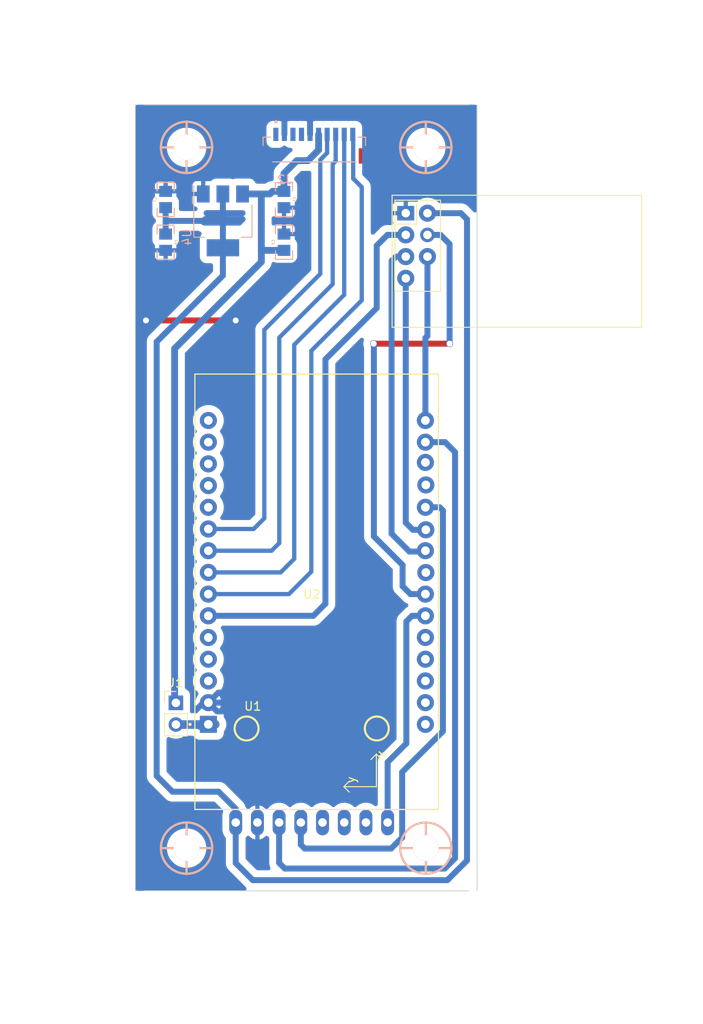
<source format=kicad_pcb>
(kicad_pcb (version 20221018) (generator pcbnew)
  (layers (0 "F.Cu" signal) (31 "B.Cu" signal) (34 "B.Paste" user) (35 "F.Paste" user) (36 "B.SilkS" user "B.Silkscreen") (37 "F.SilkS" user "F.Silkscreen") (38 "B.Mask" user) (39 "F.Mask" user) (44 "Edge.Cuts" user))
  (net 0 "")
  (net 1 "+5V")
  (net 2 "GND")
  (net 3 "+3V3")
  (net 4 "/Jumper_Serial")
  (net 5 "/S4_MOTOR")
  (net 6 "/S3_MOTOR")
  (net 7 "/S2_MOTOR")
  (net 8 "/S1_MOTOR")
  (net 10 "/CE_NRF24L01")
  (net 11 "/CSN_NRF24L01")
  (net 12 "/SCK_NRF24L01")
  (net 13 "/MOSI_NRF24L01")
  (net 14 "/MISO_NRF24L01")
  (net 15 "/INT_MPU6050")
  (net 23 "/SDA_MPU6050")
  (net 25 "/SCL_MPU6050")
  (footprint "Connector_PinHeader_2.54mm:PinHeader_1x02_P2.54mm_Vertical" (layer "F.Cu") (at 117.5 120)
    (fp_text reference "J1" (at 0 -2.33) (layer "F.SilkS"))
    (fp_text value "Jumper Serial")
    (fp_line (start -1.33 -1.33) (end 0 -1.33) (stroke (width 0.12)) (layer "F.SilkS"))
    (fp_line (start -1.33 0) (end -1.33 -1.33) (stroke (width 0.12)) (layer "F.SilkS"))
    (fp_line (start -1.33 1.27) (end -1.33 3.87) (stroke (width 0.12)) (layer "F.SilkS"))
    (fp_line (start -1.33 1.27) (end 1.33 1.27) (stroke (width 0.12)) (layer "F.SilkS"))
    (fp_line (start -1.33 3.87) (end 1.33 3.87) (stroke (width 0.12)) (layer "F.SilkS"))
    (fp_line (start 1.33 1.27) (end 1.33 3.87) (stroke (width 0.12)) (layer "F.SilkS"))
    (pad "1" thru_hole rect (at 0 0) (size 1.7 1.7) (drill 1) (layers "*.Cu" "*.Mask") (net 1 "+5V"))
    (pad "2" thru_hole oval (at 0 2.54) (size 1.7 1.7) (drill 1) (layers "*.Cu" "*.Mask") (net 4 "/Jumper_Serial"))
  )
  (footprint "Footprints:ESP32-DEVKIT-V1-30Pines" (layer "F.Cu") (at 133.5 107 180)
    (fp_text reference "U2" (at 0.1 -0.3) (layer "F.SilkS"))
    (fp_text value "ESP32-DEVKIT-V1")
    (fp_line (start -14.73 -25.475) (end -14.73 25.475) (stroke (width 0.127)) (layer "F.SilkS"))
    (fp_line (start -14.73 -25.475) (end -14.73 25.475) (stroke (width 0.127)) (layer "F.SilkS"))
    (fp_line (start -14.73 25.475) (end 13.78 25.475) (stroke (width 0.127)) (layer "F.SilkS"))
    (fp_line (start -9.28 25.475) (end -14.73 25.475) (stroke (width 0.127)) (layer "F.SilkS"))
    (fp_line (start -4 -25.475) (end -14.73 -25.475) (stroke (width 0.127)) (layer "F.SilkS"))
    (fp_line (start 2.711 -25.475) (end -4 -25.475) (stroke (width 0.127)) (layer "F.SilkS"))
    (fp_line (start 8.41 25.475) (end -9.28 25.475) (stroke (width 0.127)) (layer "F.SilkS"))
    (fp_line (start 13.78 -25.475) (end -14.73 -25.475) (stroke (width 0.127)) (layer "F.SilkS"))
    (fp_line (start 13.78 -25.475) (end 2.711 -25.475) (stroke (width 0.127)) (layer "F.SilkS"))
    (fp_line (start 13.78 25.475) (end 8.41 25.475) (stroke (width 0.127)) (layer "F.SilkS"))
    (fp_line (start 13.78 25.475) (end 13.78 -25.475) (stroke (width 0.127)) (layer "F.SilkS"))
    (fp_line (start 13.78 25.475) (end 13.78 -25.475) (stroke (width 0.127)) (layer "F.SilkS"))
    (fp_circle (center 14.35 -15.515) (end 14.25 -15.515) (stroke (width 0.2)) (fill none) (layer "F.SilkS"))
    (pad "1" thru_hole rect (at 12.2 -15.515 180) (size 2 2) (drill 1.02) (layers "*.Cu" "*.Mask") (net 4 "/Jumper_Serial"))
    (pad "2" thru_hole circle (at 12.2 -12.975 180) (size 2 2) (drill 1.02) (layers "*.Cu" "*.Mask") (net 2 "GND"))
    (pad "3" thru_hole circle (at 12.2 -10.435 180) (size 2 2) (drill 1.02) (layers "*.Cu" "*.Mask"))
    (pad "4" thru_hole circle (at 12.2 -7.895 180) (size 2 2) (drill 1.02) (layers "*.Cu" "*.Mask"))
    (pad "5" thru_hole circle (at 12.2 -5.355 180) (size 2 2) (drill 1.02) (layers "*.Cu" "*.Mask"))
    (pad "6" thru_hole circle (at 12.2 -2.815 180) (size 2 2) (drill 1.02) (layers "*.Cu" "*.Mask") (net 10 "/CE_NRF24L01"))
    (pad "7" thru_hole circle (at 12.2 -0.275 180) (size 2 2) (drill 1.02) (layers "*.Cu" "*.Mask") (net 5 "/S4_MOTOR"))
    (pad "8" thru_hole circle (at 12.2 2.265 180) (size 2 2) (drill 1.02) (layers "*.Cu" "*.Mask") (net 6 "/S3_MOTOR"))
    (pad "9" thru_hole circle (at 12.2 4.805 180) (size 2 2) (drill 1.02) (layers "*.Cu" "*.Mask") (net 7 "/S2_MOTOR"))
    (pad "10" thru_hole circle (at 12.2 7.345 180) (size 2 2) (drill 1.02) (layers "*.Cu" "*.Mask") (net 8 "/S1_MOTOR"))
    (pad "11" thru_hole circle (at 12.2 9.885 180) (size 2 2) (drill 1.02) (layers "*.Cu" "*.Mask"))
    (pad "12" thru_hole circle (at 12.2 12.425 180) (size 2 2) (drill 1.02) (layers "*.Cu" "*.Mask"))
    (pad "13" thru_hole circle (at 12.2 14.965 180) (size 2 2) (drill 1.02) (layers "*.Cu" "*.Mask"))
    (pad "14" thru_hole circle (at 12.2 17.505 180) (size 2 2) (drill 1.02) (layers "*.Cu" "*.Mask"))
    (pad "15" thru_hole circle (at 12.2 20.045 180) (size 2 2) (drill 1.02) (layers "*.Cu" "*.Mask"))
    (pad "16" thru_hole circle (at -13.2 20.045 180) (size 2 2) (drill 1.02) (layers "*.Cu" "*.Mask") (net 13 "/MOSI_NRF24L01"))
    (pad "17" thru_hole circle (at -13.2 17.505 180) (size 2 2) (drill 1.02) (layers "*.Cu" "*.Mask") (net 25 "/SCL_MPU6050"))
    (pad "18" thru_hole circle (at -13.2 15.135 180) (size 2 2) (drill 1.02) (layers "*.Cu" "*.Mask"))
    (pad "19" thru_hole circle (at -13.25 12.5 180) (size 2 2) (drill 1.02) (layers "*.Cu" "*.Mask"))
    (pad "20" thru_hole circle (at -13.2 9.885 180) (size 2 2) (drill 1.02) (layers "*.Cu" "*.Mask") (net 23 "/SDA_MPU6050"))
    (pad "21" thru_hole circle (at -13.25 7.25 180) (size 2 2) (drill 1.02) (layers "*.Cu" "*.Mask") (net 14 "/MISO_NRF24L01"))
    (pad "22" thru_hole circle (at -13.2 4.805 180) (size 2 2) (drill 1.02) (layers "*.Cu" "*.Mask") (net 12 "/SCK_NRF24L01"))
    (pad "23" thru_hole circle (at -13.25 2.25 180) (size 2 2) (drill 1.02) (layers "*.Cu" "*.Mask"))
    (pad "24" thru_hole circle (at -13.2 -0.275 180) (size 2 2) (drill 1.02) (layers "*.Cu" "*.Mask") (net 11 "/CSN_NRF24L01"))
    (pad "25" thru_hole circle (at -13.2 -2.815 180) (size 2 2) (drill 1.02) (layers "*.Cu" "*.Mask") (net 15 "/INT_MPU6050"))
    (pad "26" thru_hole circle (at -13.2 -5.35 180) (size 2 2) (drill 1.02) (layers "*.Cu" "*.Mask"))
    (pad "27" thru_hole circle (at -13.2 -7.895 180) (size 2 2) (drill 1.02) (layers "*.Cu" "*.Mask"))
    (pad "28" thru_hole circle (at -13.2 -10.435 180) (size 2 2) (drill 1.02) (layers "*.Cu" "*.Mask"))
    (pad "29" thru_hole circle (at -13.2 -12.975 180) (size 2 2) (drill 1.02) (layers "*.Cu" "*.Mask") (net 2 "GND"))
    (pad "30" thru_hole circle (at -13.2 -15.515 180) (size 2 2) (drill 1.02) (layers "*.Cu" "*.Mask"))
  )
  (footprint "EESTN5:hole_3mm" (layer "F.Cu") (at 146.75 55)
    (fp_text reference "H2" hide)
    (fp_text value "Mounting_Hole" hide)
    (fp_line (start -3 0) (end 3 0) (stroke (width 0.254)) (layer "B.SilkS"))
    (fp_line (start 0 -3) (end 0 3) (stroke (width 0.254)) (layer "B.SilkS"))
    (fp_circle (center 0 0) (end 3 0) (stroke (width 0.254)) (fill none) (layer "B.SilkS"))
    (fp_line (start -3 0) (end 3 0) (stroke (width 0.254)) (layer "F.SilkS"))
    (fp_line (start 0 -3) (end 0 3) (stroke (width 0.254)) (layer "F.SilkS"))
    (fp_circle (center 0 0) (end 3 0) (stroke (width 0.254)) (fill none) (layer "F.SilkS"))
    (pad "1" thru_hole circle (at 0 0) (size 3 3) (drill 3) (layers "*.Cu" "F.SilkS"))
  )
  (footprint "RF_Module:nRF24L01_Breakout" (layer "F.Cu") (at 144.4 62.7)
    (fp_text reference "U3" hide)
    (fp_text value "Nrf24l01")
    (fp_line (start -1.6 -2.1) (end -1.6 -2.1) (stroke (width 0.12)) (layer "F.SilkS"))
    (fp_line (start -1.6 -2.1) (end 27.6 -2.1) (stroke (width 0.12)) (layer "F.SilkS"))
    (fp_line (start -1.6 13.35) (end -1.6 -2.1) (stroke (width 0.12)) (layer "F.SilkS"))
    (fp_line (start -1.27 -1.524) (end -1.27 -1.524) (stroke (width 0.12)) (layer "F.SilkS"))
    (fp_line (start -1.27 -1.524) (end 4.064 -1.524) (stroke (width 0.12)) (layer "F.SilkS"))
    (fp_line (start -1.27 9.144) (end -1.27 -1.524) (stroke (width 0.12)) (layer "F.SilkS"))
    (fp_line (start -1.27 9.144) (end -1.27 9.144) (stroke (width 0.12)) (layer "F.SilkS"))
    (fp_line (start -1.016 1.27) (end -1.016 1.27) (stroke (width 0.12)) (layer "F.SilkS"))
    (fp_line (start 1.27 -1.016) (end 1.27 1.27) (stroke (width 0.12)) (layer "F.SilkS"))
    (fp_line (start 1.27 1.27) (end -1.016 1.27) (stroke (width 0.12)) (layer "F.SilkS"))
    (fp_line (start 4.064 -1.524) (end 4.064 9.144) (stroke (width 0.12)) (layer "F.SilkS"))
    (fp_line (start 4.064 9.144) (end -1.27 9.144) (stroke (width 0.12)) (layer "F.SilkS"))
    (fp_line (start 27.6 -2.1) (end 27.6 13.35) (stroke (width 0.12)) (layer "F.SilkS"))
    (fp_line (start 27.6 13.35) (end -1.6 13.35) (stroke (width 0.12)) (layer "F.SilkS"))
    (pad "1" thru_hole rect (at 0 0) (size 2 1.7) (drill 1) (layers "*.Cu" "*.Mask") (net 2 "GND"))
    (pad "2" thru_hole circle (at 2.54 0) (size 2 2) (drill 1) (layers "*.Cu" "*.Mask") (net 3 "+3V3"))
    (pad "3" thru_hole circle (at 0 2.54) (size 2 2) (drill 1) (layers "*.Cu" "*.Mask") (net 10 "/CE_NRF24L01"))
    (pad "4" thru_hole circle (at 2.54 2.54) (size 1.7 1.7) (drill 1) (layers "*.Cu" "*.Mask") (net 11 "/CSN_NRF24L01"))
    (pad "5" thru_hole circle (at 0 5.08) (size 2 2) (drill 1) (layers "*.Cu" "*.Mask") (net 12 "/SCK_NRF24L01"))
    (pad "6" thru_hole circle (at 2.54 5.08) (size 2 2) (drill 1) (layers "*.Cu" "*.Mask") (net 13 "/MOSI_NRF24L01"))
    (pad "7" thru_hole circle (at 0 7.62) (size 2 2) (drill 1) (layers "*.Cu" "*.Mask") (net 14 "/MISO_NRF24L01"))
  )
  (footprint "EESTN5:hole_3mm" (layer "F.Cu") (at 146.75 137)
    (fp_text reference "H3" hide)
    (fp_text value "Mounting_Hole" hide)
    (fp_line (start -3 0) (end 3 0) (stroke (width 0.254)) (layer "B.SilkS"))
    (fp_line (start 0 -3) (end 0 3) (stroke (width 0.254)) (layer "B.SilkS"))
    (fp_circle (center 0 0) (end 3 0) (stroke (width 0.254)) (fill none) (layer "B.SilkS"))
    (fp_line (start -3 0) (end 3 0) (stroke (width 0.254)) (layer "F.SilkS"))
    (fp_line (start 0 -3) (end 0 3) (stroke (width 0.254)) (layer "F.SilkS"))
    (fp_circle (center 0 0) (end 3 0) (stroke (width 0.254)) (fill none) (layer "F.SilkS"))
    (pad "1" thru_hole circle (at 0 0) (size 3 3) (drill 3) (layers "*.Cu" "F.SilkS"))
  )
  (footprint "Footprints:MPU-6050" (layer "F.Cu") (at 124.5 134 90)
    (fp_text reference "U1" (at 13.6 2 180) (layer "F.SilkS"))
    (fp_text value "MPU-5060")
    (fp_text user "x" (at 8 17 90) (layer "F.SilkS"))
    (fp_text user "y" (at 5 13.5 90) (layer "F.SilkS"))
    (fp_line (start 4.19 12.65) (end 3.555 13.285) (stroke (width 0.127)) (layer "F.SilkS"))
    (fp_line (start 4.19 12.65) (end 4.825 13.285) (stroke (width 0.127)) (layer "F.SilkS"))
    (fp_line (start 4.19 16.46) (end 4.19 12.65) (stroke (width 0.127)) (layer "F.SilkS"))
    (fp_line (start 4.19 16.46) (end 8 16.46) (stroke (width 0.127)) (layer "F.SilkS"))
    (fp_line (start 8 16.46) (end 7.365 15.825) (stroke (width 0.127)) (layer "F.SilkS"))
    (fp_line (start 8 16.46) (end 7.365 17.095) (stroke (width 0.127)) (layer "F.SilkS"))
    (fp_circle (center 11 1.27) (end 12.4 1.27) (stroke (width 0.254)) (fill none) (layer "F.SilkS"))
    (fp_circle (center 11 16.51) (end 12.4 16.51) (stroke (width 0.254)) (fill none) (layer "F.SilkS"))
    (pad "1" thru_hole oval (at 0 0 90) (size 3.016 1.508) (drill 1) (layers "*.Cu" "*.Mask") (net 3 "+3V3"))
    (pad "2" thru_hole oval (at 0 2.54 90) (size 3.016 1.508) (drill 1) (layers "*.Cu" "*.Mask") (net 2 "GND"))
    (pad "3" thru_hole oval (at 0 5.08 90) (size 3.016 1.508) (drill 1) (layers "*.Cu" "*.Mask") (net 25 "/SCL_MPU6050"))
    (pad "4" thru_hole oval (at 0 7.62 90) (size 3.016 1.508) (drill 1) (layers "*.Cu" "*.Mask") (net 23 "/SDA_MPU6050"))
    (pad "5" thru_hole oval (at 0 10.16 90) (size 3.016 1.508) (drill 1) (layers "*.Cu" "*.Mask"))
    (pad "6" thru_hole oval (at 0 12.7 90) (size 3.016 1.508) (drill 1) (layers "*.Cu" "*.Mask"))
    (pad "7" thru_hole oval (at 0 15.24 90) (size 3.016 1.508) (drill 1) (layers "*.Cu" "*.Mask"))
    (pad "8" thru_hole oval (at 0 17.78 90) (size 3.016 1.508) (drill 1) (layers "*.Cu" "*.Mask") (net 15 "/INT_MPU6050"))
  )
  (footprint "EESTN5:hole_3mm" (layer "F.Cu") (at 118.75 55)
    (fp_text reference "H1" hide)
    (fp_text value "Mounting_Hole" hide)
    (fp_line (start -3 0) (end 3 0) (stroke (width 0.254)) (layer "B.SilkS"))
    (fp_line (start 0 -3) (end 0 3) (stroke (width 0.254)) (layer "B.SilkS"))
    (fp_circle (center 0 0) (end 3 0) (stroke (width 0.254)) (fill none) (layer "B.SilkS"))
    (fp_line (start -3 0) (end 3 0) (stroke (width 0.254)) (layer "F.SilkS"))
    (fp_line (start 0 -3) (end 0 3) (stroke (width 0.254)) (layer "F.SilkS"))
    (fp_circle (center 0 0) (end 3 0) (stroke (width 0.254)) (fill none) (layer "F.SilkS"))
    (pad "1" thru_hole circle (at 0 0) (size 3 3) (drill 3) (layers "*.Cu" "F.SilkS"))
  )
  (footprint "EESTN5:hole_3mm" (layer "F.Cu") (at 118.75 137)
    (fp_text reference "H4" hide)
    (fp_text value "Mounting_Hole" hide)
    (fp_line (start -3 0) (end 3 0) (stroke (width 0.254)) (layer "B.SilkS"))
    (fp_line (start 0 -3) (end 0 3) (stroke (width 0.254)) (layer "B.SilkS"))
    (fp_circle (center 0 0) (end 3 0) (stroke (width 0.254)) (fill none) (layer "B.SilkS"))
    (fp_line (start -3 0) (end 3 0) (stroke (width 0.254)) (layer "F.SilkS"))
    (fp_line (start 0 -3) (end 0 3) (stroke (width 0.254)) (layer "F.SilkS"))
    (fp_circle (center 0 0) (end 3 0) (stroke (width 0.254)) (fill none) (layer "F.SilkS"))
    (pad "1" thru_hole circle (at 0 0) (size 3 3) (drill 3) (layers "*.Cu" "F.SilkS"))
  )
  (footprint "EESTN5:C_0805" (layer "B.Cu") (at 130.15 61.1 90)
    (fp_text reference "C1" (at 0 1.25 90) (layer "B.SilkS") (effects (font (size 0.29972 0.29972) (thickness 0.06096)) (justify mirror)))
    (fp_text value "10uF" hide)
    (fp_line (start -2 -1) (end -1 -1) (stroke (width 0.15)) (layer "B.SilkS"))
    (fp_line (start -2 1) (end -2 -1) (stroke (width 0.15)) (layer "B.SilkS"))
    (fp_line (start -1 1) (end -2 1) (stroke (width 0.15)) (layer "B.SilkS"))
    (fp_line (start 1 1) (end 2 1) (stroke (width 0.127)) (layer "B.SilkS"))
    (fp_line (start 2 -1) (end 1 -1) (stroke (width 0.127)) (layer "B.SilkS"))
    (fp_line (start 2 1) (end 2 -1) (stroke (width 0.127)) (layer "B.SilkS"))
    (pad "1" smd rect (at 0.9525 0 90) (size 1.30048 1.4986) (layers "B.Cu" "B.Paste" "B.Mask") (net 1 "+5V"))
    (pad "2" smd rect (at -0.9525 0 90) (size 1.30048 1.4986) (layers "B.Cu" "B.Paste" "B.Mask") (net 2 "GND"))
  )
  (footprint "EESTN5:C_0805" (layer "B.Cu") (at 116.3 61.0975 -90)
    (fp_text reference "C7" (at 0 1.25 90) (layer "B.SilkS") (effects (font (size 0.29972 0.29972) (thickness 0.06096)) (justify mirror)))
    (fp_text value "100nF" hide)
    (fp_line (start -2 -1) (end -1 -1) (stroke (width 0.15)) (layer "B.SilkS"))
    (fp_line (start -2 1) (end -2 -1) (stroke (width 0.15)) (layer "B.SilkS"))
    (fp_line (start -1 1) (end -2 1) (stroke (width 0.15)) (layer "B.SilkS"))
    (fp_line (start 1 1) (end 2 1) (stroke (width 0.127)) (layer "B.SilkS"))
    (fp_line (start 2 -1) (end 1 -1) (stroke (width 0.127)) (layer "B.SilkS"))
    (fp_line (start 2 1) (end 2 -1) (stroke (width 0.127)) (layer "B.SilkS"))
    (pad "1" smd rect (at 0.9525 0 270) (size 1.30048 1.4986) (layers "B.Cu" "B.Paste" "B.Mask") (net 3 "+3V3"))
    (pad "2" smd rect (at -0.9525 0 270) (size 1.30048 1.4986) (layers "B.Cu" "B.Paste" "B.Mask") (net 2 "GND"))
  )
  (footprint "EESTN5:C_0805" (layer "B.Cu") (at 130.15 66.0975 -90)
    (fp_text reference "C3" (at 0 1.25 90) (layer "B.SilkS") (effects (font (size 0.29972 0.29972) (thickness 0.06096)) (justify mirror)))
    (fp_text value "100nF" hide)
    (fp_line (start -2 -1) (end -1 -1) (stroke (width 0.15)) (layer "B.SilkS"))
    (fp_line (start -2 1) (end -2 -1) (stroke (width 0.15)) (layer "B.SilkS"))
    (fp_line (start -1 1) (end -2 1) (stroke (width 0.15)) (layer "B.SilkS"))
    (fp_line (start 1 1) (end 2 1) (stroke (width 0.127)) (layer "B.SilkS"))
    (fp_line (start 2 -1) (end 1 -1) (stroke (width 0.127)) (layer "B.SilkS"))
    (fp_line (start 2 1) (end 2 -1) (stroke (width 0.127)) (layer "B.SilkS"))
    (pad "1" smd rect (at 0.9525 0 270) (size 1.30048 1.4986) (layers "B.Cu" "B.Paste" "B.Mask") (net 1 "+5V"))
    (pad "2" smd rect (at -0.9525 0 270) (size 1.30048 1.4986) (layers "B.Cu" "B.Paste" "B.Mask") (net 2 "GND"))
  )
  (footprint "Package_TO_SOT_SMD:SOT-223-3_TabPin2" (layer "B.Cu") (at 123 63.6 -90)
    (fp_text reference "U4" (at 1.9 4.2 90) (layer "B.SilkS") (effects (justify mirror)))
    (fp_text value "AMS1117-3.3")
    (fp_line (start -4.1 3.41) (end 1.91 3.41) (stroke (width 0.12)) (layer "B.SilkS"))
    (fp_line (start -1.85 -3.41) (end 1.91 -3.41) (stroke (width 0.12)) (layer "B.SilkS"))
    (fp_line (start 1.91 -3.41) (end 1.91 -2.15) (stroke (width 0.12)) (layer "B.SilkS"))
    (fp_line (start 1.91 3.41) (end 1.91 2.15) (stroke (width 0.12)) (layer "B.SilkS"))
    (pad "1" smd rect (at -3.15 2.3 270) (size 2 1.5) (layers "B.Cu" "B.Paste" "B.Mask") (net 2 "GND"))
    (pad "2" smd rect (at -3.15 0 270) (size 2 1.5) (layers "B.Cu" "B.Paste" "B.Mask") (net 3 "+3V3"))
    (pad "2" smd rect (at 3.15 0 270) (size 2 3.8) (layers "B.Cu" "B.Paste" "B.Mask") (net 3 "+3V3"))
    (pad "3" smd rect (at -3.15 -2.3 270) (size 2 1.5) (layers "B.Cu" "B.Paste" "B.Mask") (net 1 "+5V"))
  )
  (footprint "EESTN5:C_0805" (layer "B.Cu") (at 116.3 66.0975 90)
    (fp_text reference "C5" (at 0 1.25 90) (layer "B.SilkS") (effects (font (size 0.29972 0.29972) (thickness 0.06096)) (justify mirror)))
    (fp_text value "10uF" hide)
    (fp_line (start -2 -1) (end -1 -1) (stroke (width 0.15)) (layer "B.SilkS"))
    (fp_line (start -2 1) (end -2 -1) (stroke (width 0.15)) (layer "B.SilkS"))
    (fp_line (start -1 1) (end -2 1) (stroke (width 0.15)) (layer "B.SilkS"))
    (fp_line (start 1 1) (end 2 1) (stroke (width 0.127)) (layer "B.SilkS"))
    (fp_line (start 2 -1) (end 1 -1) (stroke (width 0.127)) (layer "B.SilkS"))
    (fp_line (start 2 1) (end 2 -1) (stroke (width 0.127)) (layer "B.SilkS"))
    (pad "1" smd rect (at 0.9525 0 90) (size 1.30048 1.4986) (layers "B.Cu" "B.Paste" "B.Mask") (net 3 "+3V3"))
    (pad "2" smd rect (at -0.9525 0 90) (size 1.30048 1.4986) (layers "B.Cu" "B.Paste" "B.Mask") (net 2 "GND"))
  )
  (footprint "Footprints:JST10mm" (layer "B.Cu") (at 133.7 56)
    (fp_text reference "J2" (at -3.475 2.785) (layer "B.SilkS") (effects (justify mirror)))
    (fp_text value "ESC")
    (fp_line (start -6 -2.2) (end -6 -1.22) (stroke (width 0.127)) (layer "B.SilkS"))
    (fp_line (start -5.12 -2.2) (end -6 -2.2) (stroke (width 0.127)) (layer "B.SilkS"))
    (fp_line (start -4.88 0.7) (end 4.88 0.7) (stroke (width 0.127)) (layer "B.SilkS"))
    (fp_line (start 6 -2.2) (end 5.12 -2.2) (stroke (width 0.127)) (layer "B.SilkS"))
    (fp_line (start 6 -2.2) (end 6 -1.22) (stroke (width 0.127)) (layer "B.SilkS"))
    (fp_circle (center -4.5 -4) (end -4.4 -4) (stroke (width 0.2)) (fill none) (layer "B.SilkS"))
    (pad "1" smd rect (at -4.5 -2.525) (size 0.6 1.55) (layers "B.Cu" "B.Paste" "B.Mask"))
    (pad "2" smd rect (at -3.5 -2.525) (size 0.6 1.55) (layers "B.Cu" "B.Paste" "B.Mask") (net 2 "GND"))
    (pad "3" smd rect (at -2.5 -2.525) (size 0.6 1.55) (layers "B.Cu" "B.Paste" "B.Mask"))
    (pad "4" smd rect (at -1.5 -2.525) (size 0.6 1.55) (layers "B.Cu" "B.Paste" "B.Mask"))
    (pad "5" smd rect (at -0.5 -2.525) (size 0.6 1.55) (layers "B.Cu" "B.Paste" "B.Mask") (net 2 "GND"))
    (pad "6" smd rect (at 0.5 -2.525) (size 0.6 1.55) (layers "B.Cu" "B.Paste" "B.Mask") (net 1 "+5V"))
    (pad "7" smd rect (at 1.5 -2.525) (size 0.6 1.55) (layers "B.Cu" "B.Paste" "B.Mask") (net 8 "/S1_MOTOR"))
    (pad "8" smd rect (at 2.5 -2.525) (size 0.6 1.55) (layers "B.Cu" "B.Paste" "B.Mask") (net 7 "/S2_MOTOR"))
    (pad "9" smd rect (at 3.5 -2.525) (size 0.6 1.55) (layers "B.Cu" "B.Paste" "B.Mask") (net 6 "/S3_MOTOR"))
    (pad "10" smd rect (at 4.5 -2.525) (size 0.6 1.55) (layers "B.Cu" "B.Paste" "B.Mask") (net 5 "/S4_MOTOR"))
    (pad "S1" smd rect (at -5.8 0) (size 1.2 1.8) (layers "F.Cu" "B.Paste" "B.Mask"))
    (pad "S2" smd rect (at 5.8 0) (size 1.2 1.8) (layers "F.Cu" "B.Paste" "B.Mask"))
  )
  (gr_line (start 113.75 50) (end 151.75 50) (stroke (width 0.1)) (layer "Edge.Cuts"))
  (gr_line (start 112.75 142) (end 112.75 50) (stroke (width 0.1)) (layer "Edge.Cuts"))
  (gr_line (start 152.75 50) (end 152.75 142) (stroke (width 0.1)) (layer "Edge.Cuts"))
  (gr_line (start 151.75 142) (end 113.75 142) (stroke (width 0.1)) (layer "Edge.Cuts"))
  (segment (start 127.5 68.4) (end 117.35 78.55) (width 0.8) (layer "B.Cu") (net 1))
  (segment (start 130.15 60.1475) (end 130.15 58.05) (width 0.8) (layer "B.Cu") (net 1))
  (segment (start 117.35 78.55) (end 117.35 119.85) (width 0.8) (layer "B.Cu") (net 1))
  (segment (start 130.15 58.05) (end 131.65 56.55) (width 0.8) (layer "B.Cu") (net 1))
  (segment (start 127.5 68.4) (end 127.5 67.05) (width 0.8) (layer "B.Cu") (net 1))
  (segment (start 131.65 56.55) (end 132.95 56.55) (width 0.8) (layer "B.Cu") (net 1))
  (segment (start 132.95 56.55) (end 134.2 55.3) (width 0.8) (layer "B.Cu") (net 1))
  (segment (start 128.8025 60.1475) (end 130.15 60.1475) (width 0.8) (layer "B.Cu") (net 1))
  (segment (start 127.55 60.45) (end 128.5 60.45) (width 0.8) (layer "B.Cu") (net 1))
  (segment (start 117.35 119.85) (end 117.5 120) (width 0.8) (layer "B.Cu") (net 1))
  (segment (start 134.2 55.3) (end 134.2 53.475) (width 0.8) (layer "B.Cu") (net 1))
  (segment (start 127.5 60.5) (end 127.55 60.45) (width 0.8) (layer "B.Cu") (net 1))
  (segment (start 128.5 60.45) (end 128.8025 60.1475) (width 0.8) (layer "B.Cu") (net 1))
  (segment (start 125.3 60.45) (end 127.55 60.45) (width 0.8) (layer "B.Cu") (net 1))
  (segment (start 127.5 67.05) (end 127.5 60.5) (width 0.8) (layer "B.Cu") (net 1))
  (segment (start 130.15 67.05) (end 127.5 67.05) (width 0.8) (layer "B.Cu") (net 1))
  (segment (start 124.5 75.25) (end 114 75.25) (width 0.7) (layer "F.Cu") (net 2))
  (via (at 114 75.25) (size 0.8) (drill 0.7) (layers "F.Cu" "B.Cu") (net 2))
  (via (at 124.5 75.25) (size 0.8) (drill 0.7) (layers "F.Cu" "B.Cu") (net 2))
  (segment (start 122.475 118.8) (end 123.8 118.8) (width 0.7) (layer "B.Cu") (net 2))
  (segment (start 122.325 121) (end 123.8 121) (width 0.7) (layer "B.Cu") (net 2))
  (segment (start 121.3 119.975) (end 122.325 121) (width 0.7) (layer "B.Cu") (net 2))
  (segment (start 121.3 119.975) (end 122.475 118.8) (width 0.7) (layer "B.Cu") (net 2))
  (segment (start 130.45 51.55) (end 130.2 51.8) (width 0.7) (layer "B.Cu") (net 2))
  (segment (start 121.3 119.975) (end 124.225 119.975) (width 0.7) (layer "B.Cu") (net 2))
  (segment (start 130.2 51.8) (end 130.2 53.475) (width 0.7) (layer "B.Cu") (net 2))
  (segment (start 121.3 119.975) (end 120.725 119.975) (width 0.7) (layer "B.Cu") (net 2))
  (segment (start 133.2 51.55) (end 130.45 51.55) (width 0.7) (layer "B.Cu") (net 2))
  (segment (start 133.2 53.475) (end 133.2 51.55) (width 0.7) (layer "B.Cu") (net 2))
  (segment (start 120.725 119.975) (end 119.8 120.9) (width 0.7) (layer "B.Cu") (net 2))
  (segment (start 115.25 77.75) (end 115.25 128.55) (width 0.7) (layer "B.Cu") (net 3))
  (segment (start 123 63.4) (end 120.9 63.4) (width 0.7) (layer "B.Cu") (net 3))
  (segment (start 115.25 128.55) (end 117.1 130.4) (width 0.7) (layer "B.Cu") (net 3))
  (segment (start 120.8 63.8) (end 124.9 63.8) (width 0.7) (layer "B.Cu") (net 3))
  (segment (start 123 66.75) (end 123 70) (width 0.7) (layer "B.Cu") (net 3))
  (segment (start 123 62.7) (end 123 60.45) (width 0.7) (layer "B.Cu") (net 3))
  (segment (start 123 63.4) (end 123 62.7) (width 0.7) (layer "B.Cu") (net 3))
  (segment (start 124.5 138.75) (end 124.5 134) (width 0.7) (layer "B.Cu") (net 3))
  (segment (start 116.3 63.6) (end 122.8 63.6) (width 0.7) (layer "B.Cu") (net 3))
  (segment (start 146.94 62.7) (end 150.85 62.7) (width 0.7) (layer "B.Cu") (net 3))
  (segment (start 117.1 130.4) (end 122.5 130.4) (width 0.7) (layer "B.Cu") (net 3))
  (segment (start 149.27 140.75) (end 126.5 140.75) (width 0.7) (layer "B.Cu") (net 3))
  (segment (start 124.5 132.4) (end 124.5 134) (width 0.7) (layer "B.Cu") (net 3))
  (segment (start 150.85 62.7) (end 151.57 63.42) (width 0.7) (layer "B.Cu") (net 3))
  (segment (start 123 66.75) (end 123 63.4) (width 0.7) (layer "B.Cu") (net 3))
  (segment (start 123 62.7) (end 121.1 62.7) (width 0.7) (layer "B.Cu") (net 3))
  (segment (start 116.3 65.145) (end 116.3 63.6) (width 0.7) (layer "B.Cu") (net 3))
  (segment (start 123 63.4) (end 125.3 63.4) (width 0.7) (layer "B.Cu") (net 3))
  (segment (start 151.57 138.45) (end 149.27 140.75) (width 0.7) (layer "B.Cu") (net 3))
  (segment (start 121.8 62.7) (end 125.3 62.7) (width 0.7) (layer "B.Cu") (net 3))
  (segment (start 121.1 62.7) (end 121.8 62.7) (width 0.7) (layer "B.Cu") (net 3))
  (segment (start 124.9 63.8) (end 125.3 63.4) (width 0.7) (layer "B.Cu") (net 3))
  (segment (start 151.57 63.42) (end 151.57 138.45) (width 0.7) (layer "B.Cu") (net 3))
  (segment (start 123 70) (end 115.25 77.75) (width 0.7) (layer "B.Cu") (net 3))
  (segment (start 126.5 140.75) (end 124.5 138.75) (width 0.7) (layer "B.Cu") (net 3))
  (segment (start 122.5 130.4) (end 124.5 132.4) (width 0.7) (layer "B.Cu") (net 3))
  (segment (start 116.3 63.6) (end 116.3 62.05) (width 0.7) (layer "B.Cu") (net 3))
  (segment (start 122.8 63.6) (end 123 63.4) (width 0.7) (layer "B.Cu") (net 3))
  (segment (start 120.3 122.65) (end 120.19 122.54) (width 1) (layer "B.Cu") (net 4))
  (segment (start 122.1 122.515) (end 121.3 122.515) (width 1) (layer "B.Cu") (net 4))
  (segment (start 122.105 122.52) (end 122.1 122.515) (width 1) (layer "B.Cu") (net 4))
  (segment (start 121.3 122.515) (end 121.165 122.65) (width 1) (layer "B.Cu") (net 4))
  (segment (start 120.19 122.54) (end 117.5 122.54) (width 1) (layer "B.Cu") (net 4))
  (segment (start 121.165 122.65) (end 120.3 122.65) (width 1) (layer "B.Cu") (net 4))
  (segment (start 130.725 107.275) (end 133.35 104.65) (width 0.5) (layer "B.Cu") (net 5))
  (segment (start 139.25 59.65) (end 138.25 58.65) (width 0.5) (layer "B.Cu") (net 5))
  (segment (start 133.35 78.8) (end 139.25 72.9) (width 0.5) (layer "B.Cu") (net 5))
  (segment (start 121.3 107.275) (end 130.725 107.275) (width 0.5) (layer "B.Cu") (net 5))
  (segment (start 138.25 58.65) (end 138.25 53.525) (width 0.5) (layer "B.Cu") (net 5))
  (segment (start 139.25 72.9) (end 139.25 59.65) (width 0.5) (layer "B.Cu") (net 5))
  (segment (start 133.35 104.65) (end 133.35 78.8) (width 0.5) (layer "B.Cu") (net 5))
  (segment (start 138.25 53.525) (end 138.2 53.475) (width 0.5) (layer "B.Cu") (net 5))
  (segment (start 129.765 104.735) (end 121.3 104.735) (width 0.5) (layer "B.Cu") (net 6))
  (segment (start 131.35 103.15) (end 129.765 104.735) (width 0.5) (layer "B.Cu") (net 6))
  (segment (start 131.35 78.1) (end 131.35 103.15) (width 0.5) (layer "B.Cu") (net 6))
  (segment (start 137.2 53.475) (end 137.2 72.25) (width 0.5) (layer "B.Cu") (net 6))
  (segment (start 137.2 72.25) (end 131.35 78.1) (width 0.5) (layer "B.Cu") (net 6))
  (segment (start 129.6 101.3) (end 129.6 77.25) (width 0.5) (layer "B.Cu") (net 7))
  (segment (start 129.6 77.25) (end 135.85 71) (width 0.5) (layer "B.Cu") (net 7))
  (segment (start 121.3 102.195) (end 128.705 102.195) (width 0.5) (layer "B.Cu") (net 7))
  (segment (start 135.85 56.95) (end 136.2 56.6) (width 0.5) (layer "B.Cu") (net 7))
  (segment (start 136.2 56.6) (end 136.2 53.475) (width 0.5) (layer "B.Cu") (net 7))
  (segment (start 135.85 71) (end 135.85 56.95) (width 0.5) (layer "B.Cu") (net 7))
  (segment (start 128.705 102.195) (end 129.6 101.3) (width 0.5) (layer "B.Cu") (net 7))
  (segment (start 121.3 99.655) (end 126.595 99.655) (width 0.5) (layer "B.Cu") (net 8))
  (segment (start 127.85 76.35) (end 134.4 69.8) (width 0.5) (layer "B.Cu") (net 8))
  (segment (start 134.4 56.45) (end 135.2 55.65) (width 0.5) (layer "B.Cu") (net 8))
  (segment (start 127.85 98.4) (end 127.85 76.35) (width 0.5) (layer "B.Cu") (net 8))
  (segment (start 135.2 55.65) (end 135.2 53.475) (width 0.5) (layer "B.Cu") (net 8))
  (segment (start 126.595 99.655) (end 127.85 98.4) (width 0.5) (layer "B.Cu") (net 8))
  (segment (start 134.4 69.8) (end 134.4 56.45) (width 0.5) (layer "B.Cu") (net 8))
  (segment (start 141 73.8) (end 141 66.5) (width 0.7) (layer "B.Cu") (net 10))
  (segment (start 133.585 109.815) (end 135 108.4) (width 0.7) (layer "B.Cu") (net 10))
  (segment (start 135 108.4) (end 135 79.8) (width 0.7) (layer "B.Cu") (net 10))
  (segment (start 141 66.5) (end 142.26 65.24) (width 0.7) (layer "B.Cu") (net 10))
  (segment (start 135 79.8) (end 141 73.8) (width 0.7) (layer "B.Cu") (net 10))
  (segment (start 142.26 65.24) (end 144.4 65.24) (width 0.7) (layer "B.Cu") (net 10))
  (segment (start 121.3 109.815) (end 133.585 109.815) (width 0.7) (layer "B.Cu") (net 10))
  (segment (start 140.64 77.97) (end 149.53 77.97) (width 0.7) (layer "F.Cu") (net 11))
  (via (at 140.64 77.97) (size 0.8) (drill 0.7) (layers "F.Cu" "B.Cu") (net 11))
  (via (at 149.53 77.97) (size 0.8) (drill 0.7) (layers "F.Cu" "B.Cu") (net 11))
  (segment (start 140.64 77.97) (end 140.67 78) (width 0.7) (layer "B.Cu") (net 11))
  (segment (start 148.46 65.24) (end 149.53 66.31) (width 0.7) (layer "B.Cu") (net 11))
  (segment (start 140.67 78) (end 140.67 100.52) (width 0.7) (layer "B.Cu") (net 11))
  (segment (start 144.955 107.275) (end 146.7 107.275) (width 0.7) (layer "B.Cu") (net 11))
  (segment (start 140.67 100.52) (end 144.03 103.88) (width 0.7) (layer "B.Cu") (net 11))
  (segment (start 149.53 77.97) (end 149.53 66.31) (width 0.7) (layer "B.Cu") (net 11))
  (segment (start 144.03 103.88) (end 144.03 106.35) (width 0.7) (layer "B.Cu") (net 11))
  (segment (start 144.03 106.35) (end 144.955 107.275) (width 0.7) (layer "B.Cu") (net 11))
  (segment (start 146.94 65.24) (end 148.46 65.24) (width 0.7) (layer "B.Cu") (net 11))
  (segment (start 143.25 67.78) (end 144.4 67.78) (width 0.7) (layer "B.Cu") (net 12))
  (segment (start 142.74 100.21) (end 142.74 68.29) (width 0.7) (layer "B.Cu") (net 12))
  (segment (start 146.6 102.295) (end 144.825 102.295) (width 0.7) (layer "B.Cu") (net 12))
  (segment (start 144.825 102.295) (end 142.74 100.21) (width 0.7) (layer "B.Cu") (net 12))
  (segment (start 146.7 102.195) (end 146.6 102.295) (width 0.7) (layer "B.Cu") (net 12))
  (segment (start 142.74 68.29) (end 143.25 67.78) (width 0.7) (layer "B.Cu") (net 12))
  (segment (start 146.7 77.3) (end 146.94 77.06) (width 0.7) (layer "B.Cu") (net 13))
  (segment (start 146.7 86.955) (end 146.7 77.3) (width 0.7) (layer "B.Cu") (net 13))
  (segment (start 146.75 86.905) (end 146.7 86.955) (width 0.7) (layer "B.Cu") (net 13))
  (segment (start 146.94 77.06) (end 146.94 67.78) (width 0.7) (layer "B.Cu") (net 13))
  (segment (start 144.4 70.32) (end 144.4 98.92) (width 0.7) (layer "B.Cu") (net 14))
  (segment (start 144.4 98.92) (end 145.23 99.75) (width 0.7) (layer "B.Cu") (net 14))
  (segment (start 145.23 99.75) (end 146.75 99.75) (width 0.7) (layer "B.Cu") (net 14))
  (segment (start 144.47 110.48) (end 144.47 124.75) (width 0.7) (layer "B.Cu") (net 15))
  (segment (start 145.135 109.815) (end 144.47 110.48) (width 0.7) (layer "B.Cu") (net 15))
  (segment (start 142.28 126.94) (end 142.28 134) (width 0.7) (layer "B.Cu") (net 15))
  (segment (start 146.7 109.815) (end 145.135 109.815) (width 0.7) (layer "B.Cu") (net 15))
  (segment (start 144.47 124.75) (end 142.28 126.94) (width 0.7) (layer "B.Cu") (net 15))
  (segment (start 132.12 136.6) (end 132.57 137.05) (width 0.7) (layer "B.Cu") (net 23))
  (segment (start 143.98 128.1) (end 148.75 123.33) (width 0.7) (layer "B.Cu") (net 23))
  (segment (start 148.75 97.49) (end 148.375 97.115) (width 0.7) (layer "B.Cu") (net 23))
  (segment (start 142.69 137.05) (end 143.98 135.76) (width 0.7) (layer "B.Cu") (net 23))
  (segment (start 132.57 137.05) (end 142.69 137.05) (width 0.7) (layer "B.Cu") (net 23))
  (segment (start 132.12 134) (end 132.12 136.6) (width 0.7) (layer "B.Cu") (net 23))
  (segment (start 143.98 135.76) (end 143.98 128.1) (width 0.7) (layer "B.Cu") (net 23))
  (segment (start 148.375 97.115) (end 146.7 97.115) (width 0.7) (layer "B.Cu") (net 23))
  (segment (start 148.75 123.33) (end 148.75 97.49) (width 0.7) (layer "B.Cu") (net 23))
  (segment (start 132 134.12) (end 132.12 134) (width 0.7) (layer "B.Cu") (net 23))
  (segment (start 129.58 138.73) (end 129.58 134) (width 0.7) (layer "B.Cu") (net 25))
  (segment (start 130.24 139.39) (end 129.58 138.73) (width 0.7) (layer "B.Cu") (net 25))
  (segment (start 146.7 89.495) (end 149.005 89.495) (width 0.7) (layer "B.Cu") (net 25))
  (segment (start 149.005 89.495) (end 150.17 90.66) (width 0.7) (layer "B.Cu") (net 25))
  (segment (start 150.17 138.18) (end 148.96 139.39) (width 0.7) (layer "B.Cu") (net 25))
  (segment (start 150.17 90.66) (end 150.17 138.18) (width 0.7) (layer "B.Cu") (net 25))
  (segment (start 148.96 139.39) (end 130.24 139.39) (width 0.7) (layer "B.Cu") (net 25))
  (segment (start 129.5 134.08) (end 129.58 134) (width 0.7) (layer "B.Cu") (net 25))
  (zone (net 2) (net_name "GND") (layer "B.Cu") (name "GND") (connect_pads (clearance 0.8)) (min_thickness 0.5) (fill yes (thermal_gap 0.5) (thermal_bridge_width 0.5))
    (polygon (pts (xy 152.75 50) (xy 112.75 50) (xy 112.75 142) (xy 152.75 142)))
  )
)
</source>
